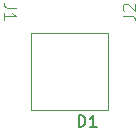
<source format=gbr>
%TF.GenerationSoftware,KiCad,Pcbnew,7.0.5-0*%
%TF.CreationDate,2023-06-21T09:58:00-04:00*%
%TF.ProjectId,chip_carrier,63686970-5f63-4617-9272-6965722e6b69,rev?*%
%TF.SameCoordinates,Original*%
%TF.FileFunction,Legend,Top*%
%TF.FilePolarity,Positive*%
%FSLAX46Y46*%
G04 Gerber Fmt 4.6, Leading zero omitted, Abs format (unit mm)*
G04 Created by KiCad (PCBNEW 7.0.5-0) date 2023-06-21 09:58:00*
%MOMM*%
%LPD*%
G01*
G04 APERTURE LIST*
%ADD10C,0.150000*%
%ADD11C,0.100000*%
%ADD12C,0.120000*%
G04 APERTURE END LIST*
D10*
%TO.C,D1*%
X87141905Y-70724819D02*
X87141905Y-69724819D01*
X87141905Y-69724819D02*
X87380000Y-69724819D01*
X87380000Y-69724819D02*
X87522857Y-69772438D01*
X87522857Y-69772438D02*
X87618095Y-69867676D01*
X87618095Y-69867676D02*
X87665714Y-69962914D01*
X87665714Y-69962914D02*
X87713333Y-70153390D01*
X87713333Y-70153390D02*
X87713333Y-70296247D01*
X87713333Y-70296247D02*
X87665714Y-70486723D01*
X87665714Y-70486723D02*
X87618095Y-70581961D01*
X87618095Y-70581961D02*
X87522857Y-70677200D01*
X87522857Y-70677200D02*
X87380000Y-70724819D01*
X87380000Y-70724819D02*
X87141905Y-70724819D01*
X88665714Y-70724819D02*
X88094286Y-70724819D01*
X88380000Y-70724819D02*
X88380000Y-69724819D01*
X88380000Y-69724819D02*
X88284762Y-69867676D01*
X88284762Y-69867676D02*
X88189524Y-69962914D01*
X88189524Y-69962914D02*
X88094286Y-70010533D01*
D11*
%TO.C,J2*%
X90897419Y-61293333D02*
X91611704Y-61293333D01*
X91611704Y-61293333D02*
X91754561Y-61340952D01*
X91754561Y-61340952D02*
X91849800Y-61436190D01*
X91849800Y-61436190D02*
X91897419Y-61579047D01*
X91897419Y-61579047D02*
X91897419Y-61674285D01*
X90992657Y-60864761D02*
X90945038Y-60817142D01*
X90945038Y-60817142D02*
X90897419Y-60721904D01*
X90897419Y-60721904D02*
X90897419Y-60483809D01*
X90897419Y-60483809D02*
X90945038Y-60388571D01*
X90945038Y-60388571D02*
X90992657Y-60340952D01*
X90992657Y-60340952D02*
X91087895Y-60293333D01*
X91087895Y-60293333D02*
X91183133Y-60293333D01*
X91183133Y-60293333D02*
X91325990Y-60340952D01*
X91325990Y-60340952D02*
X91897419Y-60912380D01*
X91897419Y-60912380D02*
X91897419Y-60293333D01*
%TO.C,J1*%
X81822580Y-60626666D02*
X81108295Y-60626666D01*
X81108295Y-60626666D02*
X80965438Y-60579047D01*
X80965438Y-60579047D02*
X80870200Y-60483809D01*
X80870200Y-60483809D02*
X80822580Y-60340952D01*
X80822580Y-60340952D02*
X80822580Y-60245714D01*
X80822580Y-61626666D02*
X80822580Y-61055238D01*
X80822580Y-61340952D02*
X81822580Y-61340952D01*
X81822580Y-61340952D02*
X81679723Y-61245714D01*
X81679723Y-61245714D02*
X81584485Y-61150476D01*
X81584485Y-61150476D02*
X81536866Y-61055238D01*
D12*
%TO.C,D1*%
X89630000Y-69270000D02*
X89630000Y-62770000D01*
X89630000Y-62770000D02*
X83130000Y-62770000D01*
X83130000Y-69270000D02*
X89630000Y-69270000D01*
X83130000Y-62770000D02*
X83130000Y-69270000D01*
%TD*%
M02*

</source>
